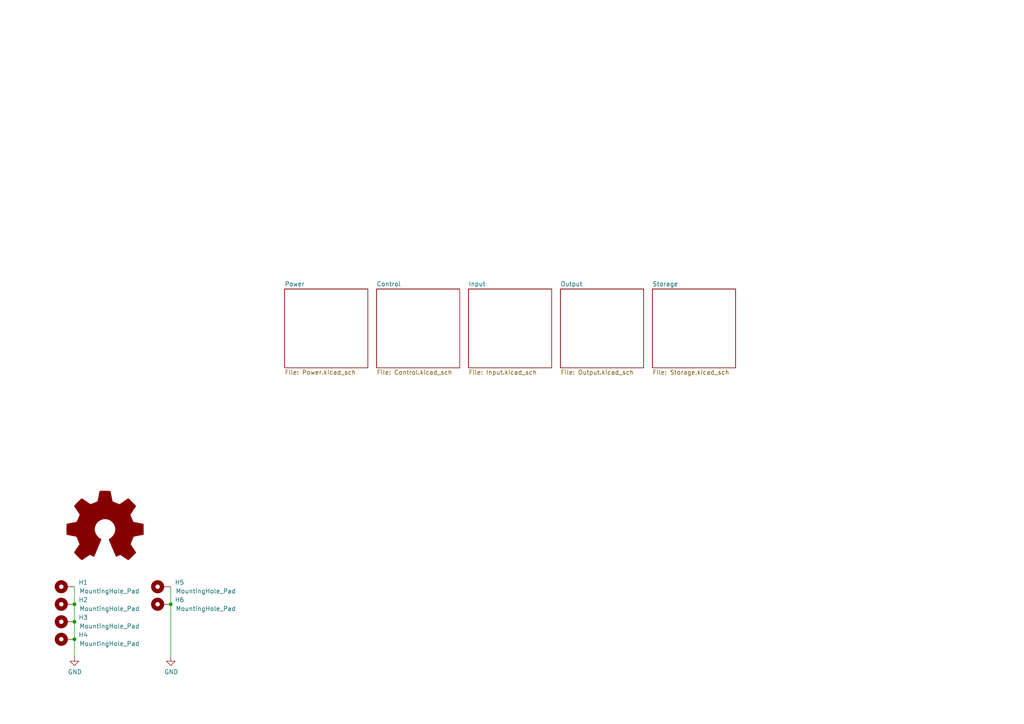
<source format=kicad_sch>
(kicad_sch (version 20211123) (generator eeschema)

  (uuid 3e3d55c8-e0ea-48fb-8421-a84b7cb7055b)

  (paper "A4")

  (title_block
    (title "Sunrise clock main board")
    (date "2021-08-06")
    (rev "V1.1")
    (company "https://github.com/atoomnetmarc/Sunrise-clock-hardware")
  )

  (lib_symbols
    (symbol "Graphic:Logo_Open_Hardware_Large" (pin_names (offset 1.016)) (in_bom yes) (on_board yes)
      (property "Reference" "#LOGO" (id 0) (at 0 12.7 0)
        (effects (font (size 1.27 1.27)) hide)
      )
      (property "Value" "Logo_Open_Hardware_Large" (id 1) (at 0 -10.16 0)
        (effects (font (size 1.27 1.27)) hide)
      )
      (property "Footprint" "" (id 2) (at 0 0 0)
        (effects (font (size 1.27 1.27)) hide)
      )
      (property "Datasheet" "~" (id 3) (at 0 0 0)
        (effects (font (size 1.27 1.27)) hide)
      )
      (property "ki_keywords" "Logo" (id 4) (at 0 0 0)
        (effects (font (size 1.27 1.27)) hide)
      )
      (property "ki_description" "Open Hardware logo, large" (id 5) (at 0 0 0)
        (effects (font (size 1.27 1.27)) hide)
      )
      (symbol "Logo_Open_Hardware_Large_1_1"
        (polyline
          (pts
            (xy 6.731 -8.7122)
            (xy 6.6294 -8.6614)
            (xy 6.35 -8.4836)
            (xy 5.9944 -8.255)
            (xy 5.5372 -7.9502)
            (xy 5.1054 -7.6454)
            (xy 4.7498 -7.4168)
            (xy 4.4958 -7.239)
            (xy 4.3942 -7.1882)
            (xy 4.318 -7.2136)
            (xy 4.1148 -7.3152)
            (xy 3.81 -7.4676)
            (xy 3.6322 -7.5692)
            (xy 3.3528 -7.6708)
            (xy 3.2258 -7.6962)
            (xy 3.2004 -7.6708)
            (xy 3.0988 -7.4676)
            (xy 2.9464 -7.0866)
            (xy 2.7178 -6.604)
            (xy 2.4892 -6.0452)
            (xy 2.2352 -5.4356)
            (xy 1.9558 -4.826)
            (xy 1.7272 -4.2164)
            (xy 1.4986 -3.683)
            (xy 1.3208 -3.2512)
            (xy 1.2192 -2.9464)
            (xy 1.1684 -2.8194)
            (xy 1.1938 -2.794)
            (xy 1.3208 -2.667)
            (xy 1.5748 -2.4892)
            (xy 2.0828 -2.0574)
            (xy 2.6162 -1.397)
            (xy 2.921 -0.6604)
            (xy 3.048 0.1524)
            (xy 2.9464 0.9144)
            (xy 2.6416 1.6256)
            (xy 2.1336 2.286)
            (xy 1.524 2.7686)
            (xy 0.8128 3.0734)
            (xy 0 3.175)
            (xy -0.762 3.0988)
            (xy -1.4986 2.794)
            (xy -2.159 2.286)
            (xy -2.4384 1.9812)
            (xy -2.8194 1.3208)
            (xy -3.048 0.6096)
            (xy -3.0734 0.4318)
            (xy -3.0226 -0.3556)
            (xy -2.794 -1.0922)
            (xy -2.3876 -1.7526)
            (xy -1.8288 -2.3114)
            (xy -1.7526 -2.3622)
            (xy -1.4732 -2.5654)
            (xy -1.2954 -2.6924)
            (xy -1.1684 -2.8194)
            (xy -2.159 -5.207)
            (xy -2.3114 -5.588)
            (xy -2.5908 -6.2484)
            (xy -2.8194 -6.8072)
            (xy -3.0226 -7.2644)
            (xy -3.1496 -7.5692)
            (xy -3.2258 -7.6708)
            (xy -3.2258 -7.6962)
            (xy -3.302 -7.6962)
            (xy -3.4798 -7.6454)
            (xy -3.8354 -7.4676)
            (xy -4.0386 -7.366)
            (xy -4.2926 -7.239)
            (xy -4.4196 -7.1882)
            (xy -4.5212 -7.239)
            (xy -4.7498 -7.3914)
            (xy -5.1054 -7.6454)
            (xy -5.5372 -7.9248)
            (xy -5.9436 -8.2042)
            (xy -6.3246 -8.4582)
            (xy -6.604 -8.636)
            (xy -6.731 -8.7122)
            (xy -6.7564 -8.7122)
            (xy -6.858 -8.636)
            (xy -7.0866 -8.4582)
            (xy -7.4168 -8.1534)
            (xy -7.874 -7.6962)
            (xy -7.9502 -7.62)
            (xy -8.3312 -7.239)
            (xy -8.636 -6.9088)
            (xy -8.8392 -6.6802)
            (xy -8.9154 -6.5786)
            (xy -8.9154 -6.5786)
            (xy -8.8392 -6.4516)
            (xy -8.6614 -6.1722)
            (xy -8.4328 -5.7912)
            (xy -8.128 -5.3594)
            (xy -7.3152 -4.191)
            (xy -7.7724 -3.0988)
            (xy -7.8994 -2.7686)
            (xy -8.0772 -2.3622)
            (xy -8.2042 -2.0828)
            (xy -8.255 -1.9558)
            (xy -8.382 -1.905)
            (xy -8.6614 -1.8542)
            (xy -9.0932 -1.7526)
            (xy -9.6266 -1.651)
            (xy -10.1092 -1.5748)
            (xy -10.541 -1.4732)
            (xy -10.8712 -1.4224)
            (xy -11.0236 -1.397)
            (xy -11.049 -1.3716)
            (xy -11.0744 -1.2954)
            (xy -11.0998 -1.143)
            (xy -11.0998 -0.889)
            (xy -11.1252 -0.4572)
            (xy -11.1252 0.1524)
            (xy -11.1252 0.2286)
            (xy -11.0998 0.8128)
            (xy -11.0998 1.27)
            (xy -11.0744 1.5494)
            (xy -11.0744 1.6764)
            (xy -11.0744 1.6764)
            (xy -10.922 1.7018)
            (xy -10.6172 1.778)
            (xy -10.16 1.8542)
            (xy -9.652 1.9558)
            (xy -9.6012 1.9812)
            (xy -9.0932 2.0828)
            (xy -8.636 2.159)
            (xy -8.3312 2.2352)
            (xy -8.2042 2.286)
            (xy -8.1788 2.3114)
            (xy -8.0772 2.5146)
            (xy -7.9248 2.8448)
            (xy -7.747 3.2512)
            (xy -7.5692 3.6576)
            (xy -7.4168 4.0386)
            (xy -7.3152 4.318)
            (xy -7.2898 4.445)
            (xy -7.2898 4.445)
            (xy -7.366 4.572)
            (xy -7.5438 4.826)
            (xy -7.7978 5.207)
            (xy -8.128 5.6642)
            (xy -8.128 5.6896)
            (xy -8.4328 6.1468)
            (xy -8.6868 6.5278)
            (xy -8.8392 6.7818)
            (xy -8.9154 6.9088)
            (xy -8.9154 6.9088)
            (xy -8.8138 7.0358)
            (xy -8.5852 7.2898)
            (xy -8.255 7.6454)
            (xy -7.874 8.0264)
            (xy -7.747 8.1534)
            (xy -7.3152 8.5852)
            (xy -7.0104 8.8646)
            (xy -6.8326 8.9916)
            (xy -6.731 9.0424)
            (xy -6.731 9.0424)
            (xy -6.604 8.9408)
            (xy -6.3246 8.763)
            (xy -5.9436 8.509)
            (xy -5.4864 8.2042)
            (xy -5.461 8.1788)
            (xy -5.0038 7.874)
            (xy -4.6482 7.62)
            (xy -4.3688 7.4422)
            (xy -4.2672 7.3914)
            (xy -4.2418 7.3914)
            (xy -4.064 7.4422)
            (xy -3.7338 7.5438)
            (xy -3.3528 7.6962)
            (xy -2.9464 7.874)
            (xy -2.5654 8.0264)
            (xy -2.286 8.1534)
            (xy -2.159 8.2296)
            (xy -2.159 8.2296)
            (xy -2.1082 8.382)
            (xy -2.032 8.7122)
            (xy -1.9304 9.1694)
            (xy -1.8288 9.7282)
            (xy -1.8034 9.8044)
            (xy -1.7018 10.3378)
            (xy -1.6256 10.7696)
            (xy -1.5748 11.0744)
            (xy -1.524 11.2014)
            (xy -1.4478 11.2268)
            (xy -1.1938 11.2522)
            (xy -0.8128 11.2522)
            (xy -0.3302 11.2522)
            (xy 0.1524 11.2522)
            (xy 0.6604 11.2522)
            (xy 1.0668 11.2268)
            (xy 1.3716 11.2014)
            (xy 1.4986 11.176)
            (xy 1.4986 11.176)
            (xy 1.5494 11.0236)
            (xy 1.6256 10.6934)
            (xy 1.7018 10.2108)
            (xy 1.8288 9.6774)
            (xy 1.8288 9.5758)
            (xy 1.9304 9.0424)
            (xy 2.032 8.6106)
            (xy 2.0828 8.3058)
            (xy 2.1336 8.2042)
            (xy 2.159 8.1788)
            (xy 2.3876 8.0772)
            (xy 2.7432 7.9248)
            (xy 3.175 7.747)
            (xy 4.191 7.3406)
            (xy 5.461 8.2042)
            (xy 5.5626 8.2804)
            (xy 6.0198 8.5852)
            (xy 6.3754 8.8392)
            (xy 6.6294 8.9916)
            (xy 6.7564 9.0424)
            (xy 6.7564 9.0424)
            (xy 6.8834 8.9408)
            (xy 7.1374 8.7122)
            (xy 7.4676 8.382)
            (xy 7.8486 7.9756)
            (xy 8.1534 7.6962)
            (xy 8.4836 7.3406)
            (xy 8.7122 7.112)
            (xy 8.8392 6.9596)
            (xy 8.8646 6.858)
            (xy 8.8646 6.8072)
            (xy 8.7884 6.6802)
            (xy 8.6106 6.4008)
            (xy 8.3312 6.0198)
            (xy 8.0264 5.588)
            (xy 7.7978 5.207)
            (xy 7.5184 4.8006)
            (xy 7.3406 4.4958)
            (xy 7.2898 4.3434)
            (xy 7.2898 4.2926)
            (xy 7.3914 4.0386)
            (xy 7.5184 3.683)
            (xy 7.7216 3.2258)
            (xy 8.1534 2.2352)
            (xy 8.7884 2.1082)
            (xy 9.1948 2.0574)
            (xy 9.7536 1.9304)
            (xy 10.2616 1.8288)
            (xy 11.0998 1.6764)
            (xy 11.1252 -1.3208)
            (xy 10.9982 -1.3716)
            (xy 10.8712 -1.397)
            (xy 10.5664 -1.4732)
            (xy 10.1346 -1.5494)
            (xy 9.6266 -1.651)
            (xy 9.1948 -1.7272)
            (xy 8.7376 -1.8288)
            (xy 8.4328 -1.8796)
            (xy 8.2804 -1.905)
            (xy 8.255 -1.9558)
            (xy 8.1534 -2.159)
            (xy 7.9756 -2.5146)
            (xy 7.8232 -2.921)
            (xy 7.6454 -3.3274)
            (xy 7.493 -3.7338)
            (xy 7.366 -4.0132)
            (xy 7.3406 -4.191)
            (xy 7.3914 -4.2926)
            (xy 7.5692 -4.5466)
            (xy 7.7978 -4.9276)
            (xy 8.1026 -5.3594)
            (xy 8.4074 -5.7912)
            (xy 8.6614 -6.1722)
            (xy 8.8138 -6.4262)
            (xy 8.89 -6.5532)
            (xy 8.8646 -6.6548)
            (xy 8.6868 -6.858)
            (xy 8.3566 -7.1882)
            (xy 7.874 -7.6708)
            (xy 7.7978 -7.747)
            (xy 7.3914 -8.128)
            (xy 7.0612 -8.4328)
            (xy 6.8326 -8.636)
            (xy 6.731 -8.7122)
          )
          (stroke (width 0) (type default) (color 0 0 0 0))
          (fill (type outline))
        )
      )
    )
    (symbol "Mechanical:MountingHole_Pad" (pin_numbers hide) (pin_names (offset 1.016) hide) (in_bom yes) (on_board yes)
      (property "Reference" "H" (id 0) (at 0 6.35 0)
        (effects (font (size 1.27 1.27)))
      )
      (property "Value" "MountingHole_Pad" (id 1) (at 0 4.445 0)
        (effects (font (size 1.27 1.27)))
      )
      (property "Footprint" "" (id 2) (at 0 0 0)
        (effects (font (size 1.27 1.27)) hide)
      )
      (property "Datasheet" "~" (id 3) (at 0 0 0)
        (effects (font (size 1.27 1.27)) hide)
      )
      (property "ki_keywords" "mounting hole" (id 4) (at 0 0 0)
        (effects (font (size 1.27 1.27)) hide)
      )
      (property "ki_description" "Mounting Hole with connection" (id 5) (at 0 0 0)
        (effects (font (size 1.27 1.27)) hide)
      )
      (property "ki_fp_filters" "MountingHole*Pad*" (id 6) (at 0 0 0)
        (effects (font (size 1.27 1.27)) hide)
      )
      (symbol "MountingHole_Pad_0_1"
        (circle (center 0 1.27) (radius 1.27)
          (stroke (width 1.27) (type default) (color 0 0 0 0))
          (fill (type none))
        )
      )
      (symbol "MountingHole_Pad_1_1"
        (pin input line (at 0 -2.54 90) (length 2.54)
          (name "1" (effects (font (size 1.27 1.27))))
          (number "1" (effects (font (size 1.27 1.27))))
        )
      )
    )
    (symbol "power:GND" (power) (pin_names (offset 0)) (in_bom yes) (on_board yes)
      (property "Reference" "#PWR" (id 0) (at 0 -6.35 0)
        (effects (font (size 1.27 1.27)) hide)
      )
      (property "Value" "GND" (id 1) (at 0 -3.81 0)
        (effects (font (size 1.27 1.27)))
      )
      (property "Footprint" "" (id 2) (at 0 0 0)
        (effects (font (size 1.27 1.27)) hide)
      )
      (property "Datasheet" "" (id 3) (at 0 0 0)
        (effects (font (size 1.27 1.27)) hide)
      )
      (property "ki_keywords" "power-flag" (id 4) (at 0 0 0)
        (effects (font (size 1.27 1.27)) hide)
      )
      (property "ki_description" "Power symbol creates a global label with name \"GND\" , ground" (id 5) (at 0 0 0)
        (effects (font (size 1.27 1.27)) hide)
      )
      (symbol "GND_0_1"
        (polyline
          (pts
            (xy 0 0)
            (xy 0 -1.27)
            (xy 1.27 -1.27)
            (xy 0 -2.54)
            (xy -1.27 -1.27)
            (xy 0 -1.27)
          )
          (stroke (width 0) (type default) (color 0 0 0 0))
          (fill (type none))
        )
      )
      (symbol "GND_1_1"
        (pin power_in line (at 0 0 270) (length 0) hide
          (name "GND" (effects (font (size 1.27 1.27))))
          (number "1" (effects (font (size 1.27 1.27))))
        )
      )
    )
  )

  (junction (at 21.59 175.26) (diameter 0) (color 0 0 0 0)
    (uuid 1c052668-6749-425a-9a77-35f046c8aa39)
  )
  (junction (at 49.53 175.26) (diameter 0) (color 0 0 0 0)
    (uuid 992a2b00-5e28-4edd-88b5-994891512d8d)
  )
  (junction (at 21.59 185.42) (diameter 0) (color 0 0 0 0)
    (uuid b7d06af4-a5b1-447f-9b1a-8b44eb1cc204)
  )
  (junction (at 21.59 180.34) (diameter 0) (color 0 0 0 0)
    (uuid e79c8e11-ed47-4701-ae80-a54cdb6682a5)
  )

  (no_connect (at 393.7 -3.81) (uuid 725cdf26-4b92-46db-bca9-10d930002dda))

  (wire (pts (xy 21.59 170.18) (xy 21.59 175.26))
    (stroke (width 0) (type default) (color 0 0 0 0))
    (uuid 6bd46644-7209-4d4d-acd8-f4c0d045bc61)
  )
  (wire (pts (xy 49.53 175.26) (xy 49.53 190.5))
    (stroke (width 0) (type default) (color 0 0 0 0))
    (uuid 8bd46048-cab7-4adf-af9a-bc2710c1894c)
  )
  (wire (pts (xy 21.59 190.5) (xy 21.59 185.42))
    (stroke (width 0) (type default) (color 0 0 0 0))
    (uuid 9db16341-dac0-4aab-9c62-7d88c111c1ce)
  )
  (wire (pts (xy 21.59 180.34) (xy 21.59 185.42))
    (stroke (width 0) (type default) (color 0 0 0 0))
    (uuid ab8b0540-9c9f-4195-88f5-7bed0b0a8ed6)
  )
  (wire (pts (xy 21.59 175.26) (xy 21.59 180.34))
    (stroke (width 0) (type default) (color 0 0 0 0))
    (uuid befdfbe5-f3e5-423b-a34e-7bba3f218536)
  )
  (wire (pts (xy 49.53 170.18) (xy 49.53 175.26))
    (stroke (width 0) (type default) (color 0 0 0 0))
    (uuid e70d061b-28f0-4421-ad15-0598604086e8)
  )

  (symbol (lib_id "Mechanical:MountingHole_Pad") (at 46.99 170.18 90) (unit 1)
    (in_bom yes) (on_board yes)
    (uuid 00000000-0000-0000-0000-00005fe716f5)
    (property "Reference" "H5" (id 0) (at 52.07 168.91 90))
    (property "Value" "MountingHole_Pad" (id 1) (at 59.69 171.45 90))
    (property "Footprint" "MountingHole:MountingHole_3.2mm_M3_Pad_Via" (id 2) (at 46.99 170.18 0)
      (effects (font (size 1.27 1.27)) hide)
    )
    (property "Datasheet" "~" (id 3) (at 46.99 170.18 0)
      (effects (font (size 1.27 1.27)) hide)
    )
    (pin "1" (uuid 529db227-7f77-4984-bb9d-895f524fd26d))
  )

  (symbol (lib_id "Mechanical:MountingHole_Pad") (at 46.99 175.26 90) (unit 1)
    (in_bom yes) (on_board yes)
    (uuid 00000000-0000-0000-0000-00005fe718fe)
    (property "Reference" "H6" (id 0) (at 52.07 173.99 90))
    (property "Value" "MountingHole_Pad" (id 1) (at 59.69 176.53 90))
    (property "Footprint" "MountingHole:MountingHole_3.2mm_M3_Pad_Via" (id 2) (at 46.99 175.26 0)
      (effects (font (size 1.27 1.27)) hide)
    )
    (property "Datasheet" "~" (id 3) (at 46.99 175.26 0)
      (effects (font (size 1.27 1.27)) hide)
    )
    (pin "1" (uuid a4b69a35-3769-461e-939f-5a4b59394d21))
  )

  (symbol (lib_id "power:GND") (at 49.53 190.5 0) (unit 1)
    (in_bom yes) (on_board yes)
    (uuid 00000000-0000-0000-0000-00005fe71b1d)
    (property "Reference" "#PWR031" (id 0) (at 49.53 196.85 0)
      (effects (font (size 1.27 1.27)) hide)
    )
    (property "Value" "GND" (id 1) (at 49.657 194.8942 0))
    (property "Footprint" "" (id 2) (at 49.53 190.5 0)
      (effects (font (size 1.27 1.27)) hide)
    )
    (property "Datasheet" "" (id 3) (at 49.53 190.5 0)
      (effects (font (size 1.27 1.27)) hide)
    )
    (pin "1" (uuid e8316ca9-866e-4e96-a13e-1ea318cd79f3))
  )

  (symbol (lib_id "power:GND") (at 21.59 190.5 0) (unit 1)
    (in_bom yes) (on_board yes)
    (uuid 00000000-0000-0000-0000-00005fefd17e)
    (property "Reference" "#PWR0101" (id 0) (at 21.59 196.85 0)
      (effects (font (size 1.27 1.27)) hide)
    )
    (property "Value" "GND" (id 1) (at 21.717 194.8942 0))
    (property "Footprint" "" (id 2) (at 21.59 190.5 0)
      (effects (font (size 1.27 1.27)) hide)
    )
    (property "Datasheet" "" (id 3) (at 21.59 190.5 0)
      (effects (font (size 1.27 1.27)) hide)
    )
    (pin "1" (uuid 77ea4408-1ff6-4b0d-b091-c77cc6667d0d))
  )

  (symbol (lib_id "Mechanical:MountingHole_Pad") (at 19.05 170.18 90) (unit 1)
    (in_bom yes) (on_board yes)
    (uuid 00000000-0000-0000-0000-00006023f428)
    (property "Reference" "H1" (id 0) (at 24.13 168.91 90))
    (property "Value" "MountingHole_Pad" (id 1) (at 31.75 171.45 90))
    (property "Footprint" "MountingHole:MountingHole_3.2mm_M3_Pad_Via" (id 2) (at 19.05 170.18 0)
      (effects (font (size 1.27 1.27)) hide)
    )
    (property "Datasheet" "~" (id 3) (at 19.05 170.18 0)
      (effects (font (size 1.27 1.27)) hide)
    )
    (pin "1" (uuid e4790cb1-ff26-4655-b29d-4dd444c761a0))
  )

  (symbol (lib_id "Mechanical:MountingHole_Pad") (at 19.05 175.26 90) (unit 1)
    (in_bom yes) (on_board yes)
    (uuid 00000000-0000-0000-0000-000060240164)
    (property "Reference" "H2" (id 0) (at 24.13 173.99 90))
    (property "Value" "MountingHole_Pad" (id 1) (at 31.75 176.53 90))
    (property "Footprint" "MountingHole:MountingHole_3.2mm_M3_Pad_Via" (id 2) (at 19.05 175.26 0)
      (effects (font (size 1.27 1.27)) hide)
    )
    (property "Datasheet" "~" (id 3) (at 19.05 175.26 0)
      (effects (font (size 1.27 1.27)) hide)
    )
    (pin "1" (uuid ac0a627b-8463-486c-9432-c642cba093c3))
  )

  (symbol (lib_id "Mechanical:MountingHole_Pad") (at 19.05 180.34 90) (unit 1)
    (in_bom yes) (on_board yes)
    (uuid 00000000-0000-0000-0000-0000602402d9)
    (property "Reference" "H3" (id 0) (at 24.13 179.07 90))
    (property "Value" "MountingHole_Pad" (id 1) (at 31.75 181.61 90))
    (property "Footprint" "MountingHole:MountingHole_3.2mm_M3_Pad_Via" (id 2) (at 19.05 180.34 0)
      (effects (font (size 1.27 1.27)) hide)
    )
    (property "Datasheet" "~" (id 3) (at 19.05 180.34 0)
      (effects (font (size 1.27 1.27)) hide)
    )
    (pin "1" (uuid b8807bd7-c5bf-4173-bd9f-54c7cbb13e0b))
  )

  (symbol (lib_id "Mechanical:MountingHole_Pad") (at 19.05 185.42 90) (unit 1)
    (in_bom yes) (on_board yes)
    (uuid 00000000-0000-0000-0000-000060240429)
    (property "Reference" "H4" (id 0) (at 24.13 184.15 90))
    (property "Value" "MountingHole_Pad" (id 1) (at 31.75 186.69 90))
    (property "Footprint" "MountingHole:MountingHole_3.2mm_M3_Pad_Via" (id 2) (at 19.05 185.42 0)
      (effects (font (size 1.27 1.27)) hide)
    )
    (property "Datasheet" "~" (id 3) (at 19.05 185.42 0)
      (effects (font (size 1.27 1.27)) hide)
    )
    (pin "1" (uuid baf7f185-0a9b-4ac3-a591-0e0e9234d8c1))
  )

  (symbol (lib_id "Graphic:Logo_Open_Hardware_Large") (at 30.48 153.67 0) (unit 1)
    (in_bom yes) (on_board yes)
    (uuid 00000000-0000-0000-0000-00006072dc7d)
    (property "Reference" "LOGO1" (id 0) (at 30.48 140.97 0)
      (effects (font (size 1.27 1.27)) hide)
    )
    (property "Value" "Logo_Open_Hardware_Large" (id 1) (at 30.48 163.83 0)
      (effects (font (size 1.27 1.27)) hide)
    )
    (property "Footprint" "Symbol:OSHW-Logo_11.4x12mm_SilkScreen" (id 2) (at 30.48 153.67 0)
      (effects (font (size 1.27 1.27)) hide)
    )
    (property "Datasheet" "~" (id 3) (at 30.48 153.67 0)
      (effects (font (size 1.27 1.27)) hide)
    )
  )

  (sheet (at 135.89 83.82) (size 24.13 22.86) (fields_autoplaced)
    (stroke (width 0) (type solid) (color 0 0 0 0))
    (fill (color 0 0 0 0.0000))
    (uuid 00000000-0000-0000-0000-00005fe8f2d8)
    (property "Sheet name" "Input" (id 0) (at 135.89 83.1084 0)
      (effects (font (size 1.27 1.27)) (justify left bottom))
    )
    (property "Sheet file" "Input.kicad_sch" (id 1) (at 135.89 107.2646 0)
      (effects (font (size 1.27 1.27)) (justify left top))
    )
  )

  (sheet (at 82.55 83.82) (size 24.13 22.86) (fields_autoplaced)
    (stroke (width 0) (type solid) (color 0 0 0 0))
    (fill (color 0 0 0 0.0000))
    (uuid 00000000-0000-0000-0000-00005feebd3e)
    (property "Sheet name" "Power" (id 0) (at 82.55 83.1084 0)
      (effects (font (size 1.27 1.27)) (justify left bottom))
    )
    (property "Sheet file" "Power.kicad_sch" (id 1) (at 82.55 107.2646 0)
      (effects (font (size 1.27 1.27)) (justify left top))
    )
  )

  (sheet (at 162.56 83.82) (size 24.13 22.86) (fields_autoplaced)
    (stroke (width 0) (type solid) (color 0 0 0 0))
    (fill (color 0 0 0 0.0000))
    (uuid 00000000-0000-0000-0000-00005ff1e7f2)
    (property "Sheet name" "Output" (id 0) (at 162.56 83.1084 0)
      (effects (font (size 1.27 1.27)) (justify left bottom))
    )
    (property "Sheet file" "Output.kicad_sch" (id 1) (at 162.56 107.2646 0)
      (effects (font (size 1.27 1.27)) (justify left top))
    )
  )

  (sheet (at 189.23 83.82) (size 24.13 22.86) (fields_autoplaced)
    (stroke (width 0) (type solid) (color 0 0 0 0))
    (fill (color 0 0 0 0.0000))
    (uuid 00000000-0000-0000-0000-00005fff46f4)
    (property "Sheet name" "Storage" (id 0) (at 189.23 83.1084 0)
      (effects (font (size 1.27 1.27)) (justify left bottom))
    )
    (property "Sheet file" "Storage.kicad_sch" (id 1) (at 189.23 107.2646 0)
      (effects (font (size 1.27 1.27)) (justify left top))
    )
  )

  (sheet (at 109.22 83.82) (size 24.13 22.86) (fields_autoplaced)
    (stroke (width 0) (type solid) (color 0 0 0 0))
    (fill (color 0 0 0 0.0000))
    (uuid 00000000-0000-0000-0000-00006000df4a)
    (property "Sheet name" "Control" (id 0) (at 109.22 83.1084 0)
      (effects (font (size 1.27 1.27)) (justify left bottom))
    )
    (property "Sheet file" "Control.kicad_sch" (id 1) (at 109.22 107.2646 0)
      (effects (font (size 1.27 1.27)) (justify left top))
    )
  )

  (sheet_instances
    (path "/" (page "1"))
    (path "/00000000-0000-0000-0000-00005feebd3e" (page "2"))
    (path "/00000000-0000-0000-0000-00006000df4a" (page "3"))
    (path "/00000000-0000-0000-0000-00005fe8f2d8" (page "4"))
    (path "/00000000-0000-0000-0000-00005ff1e7f2" (page "5"))
    (path "/00000000-0000-0000-0000-00005fff46f4" (page "6"))
  )

  (symbol_instances
    (path "/00000000-0000-0000-0000-00005feebd3e/00000000-0000-0000-0000-00006076e5ba"
      (reference "#FLG0101") (unit 1) (value "PWR_FLAG") (footprint "")
    )
    (path "/00000000-0000-0000-0000-00005feebd3e/00000000-0000-0000-0000-00006011f389"
      (reference "#FLG0102") (unit 1) (value "PWR_FLAG") (footprint "")
    )
    (path "/00000000-0000-0000-0000-00005fe8f2d8/00000000-0000-0000-0000-00005fed79e8"
      (reference "#FLG0103") (unit 1) (value "PWR_FLAG") (footprint "")
    )
    (path "/00000000-0000-0000-0000-00005feebd3e/00000000-0000-0000-0000-00005feb5ac1"
      (reference "#FLG0104") (unit 1) (value "PWR_FLAG") (footprint "")
    )
    (path "/00000000-0000-0000-0000-00006000df4a/00000000-0000-0000-0000-00006095e361"
      (reference "#FLG0105") (unit 1) (value "PWR_FLAG") (footprint "")
    )
    (path "/00000000-0000-0000-0000-00005ff1e7f2/00000000-0000-0000-0000-00006086d84d"
      (reference "#PWR01") (unit 1) (value "GND") (footprint "")
    )
    (path "/00000000-0000-0000-0000-00005feebd3e/00000000-0000-0000-0000-0000608b80dd"
      (reference "#PWR02") (unit 1) (value "GND") (footprint "")
    )
    (path "/00000000-0000-0000-0000-00005feebd3e/00000000-0000-0000-0000-0000608c0723"
      (reference "#PWR03") (unit 1) (value "GND") (footprint "")
    )
    (path "/00000000-0000-0000-0000-00005ff1e7f2/00000000-0000-0000-0000-0000608e353c"
      (reference "#PWR04") (unit 1) (value "GND") (footprint "")
    )
    (path "/00000000-0000-0000-0000-00005feebd3e/00000000-0000-0000-0000-00006097322d"
      (reference "#PWR05") (unit 1) (value "+3.3V") (footprint "")
    )
    (path "/00000000-0000-0000-0000-00005feebd3e/00000000-0000-0000-0000-0000609947a0"
      (reference "#PWR06") (unit 1) (value "+3.3V") (footprint "")
    )
    (path "/00000000-0000-0000-0000-00005feebd3e/00000000-0000-0000-0000-000060973975"
      (reference "#PWR07") (unit 1) (value "GND") (footprint "")
    )
    (path "/00000000-0000-0000-0000-00005feebd3e/00000000-0000-0000-0000-0000609794d8"
      (reference "#PWR08") (unit 1) (value "GND") (footprint "")
    )
    (path "/00000000-0000-0000-0000-00005fe8f2d8/00000000-0000-0000-0000-00005fe55379"
      (reference "#PWR09") (unit 1) (value "GND") (footprint "")
    )
    (path "/00000000-0000-0000-0000-00005feebd3e/00000000-0000-0000-0000-0000609904a1"
      (reference "#PWR010") (unit 1) (value "GND") (footprint "")
    )
    (path "/00000000-0000-0000-0000-00005fe8f2d8/00000000-0000-0000-0000-00005fe55343"
      (reference "#PWR011") (unit 1) (value "GND") (footprint "")
    )
    (path "/00000000-0000-0000-0000-00005fe8f2d8/00000000-0000-0000-0000-00005fe5530d"
      (reference "#PWR013") (unit 1) (value "GND") (footprint "")
    )
    (path "/00000000-0000-0000-0000-00005fe8f2d8/00000000-0000-0000-0000-00005fe552d7"
      (reference "#PWR015") (unit 1) (value "GND") (footprint "")
    )
    (path "/00000000-0000-0000-0000-00005fe8f2d8/00000000-0000-0000-0000-00005fe552a1"
      (reference "#PWR017") (unit 1) (value "GND") (footprint "")
    )
    (path "/00000000-0000-0000-0000-00005fe8f2d8/00000000-0000-0000-0000-00005fe5526b"
      (reference "#PWR019") (unit 1) (value "GND") (footprint "")
    )
    (path "/00000000-0000-0000-0000-00005fe8f2d8/00000000-0000-0000-0000-00005fe55235"
      (reference "#PWR021") (unit 1) (value "GND") (footprint "")
    )
    (path "/00000000-0000-0000-0000-00005fe8f2d8/00000000-0000-0000-0000-00005fe551ff"
      (reference "#PWR023") (unit 1) (value "GND") (footprint "")
    )
    (path "/00000000-0000-0000-0000-00005ff1e7f2/00000000-0000-0000-0000-00005feaff5d"
      (reference "#PWR027") (unit 1) (value "GND") (footprint "")
    )
    (path "/00000000-0000-0000-0000-00005ff1e7f2/00000000-0000-0000-0000-00005feba10d"
      (reference "#PWR028") (unit 1) (value "GND") (footprint "")
    )
    (path "/00000000-0000-0000-0000-00005fe8f2d8/00000000-0000-0000-0000-00005fe77bda"
      (reference "#PWR030") (unit 1) (value "GND") (footprint "")
    )
    (path "/00000000-0000-0000-0000-00005fe71b1d"
      (reference "#PWR031") (unit 1) (value "GND") (footprint "")
    )
    (path "/00000000-0000-0000-0000-00005feebd3e/00000000-0000-0000-0000-00005fecb74d"
      (reference "#PWR032") (unit 1) (value "GND") (footprint "")
    )
    (path "/00000000-0000-0000-0000-00005ff1e7f2/00000000-0000-0000-0000-00005ff22d8d"
      (reference "#PWR033") (unit 1) (value "GND") (footprint "")
    )
    (path "/00000000-0000-0000-0000-00005feebd3e/00000000-0000-0000-0000-00005fea10fb"
      (reference "#PWR035") (unit 1) (value "GND") (footprint "")
    )
    (path "/00000000-0000-0000-0000-00006000df4a/00000000-0000-0000-0000-000060763672"
      (reference "#PWR041") (unit 1) (value "+3.3V") (footprint "")
    )
    (path "/00000000-0000-0000-0000-00006000df4a/00000000-0000-0000-0000-00006074d4f2"
      (reference "#PWR042") (unit 1) (value "+3.3V") (footprint "")
    )
    (path "/00000000-0000-0000-0000-00006000df4a/00000000-0000-0000-0000-000060728cd9"
      (reference "#PWR043") (unit 1) (value "GND") (footprint "")
    )
    (path "/00000000-0000-0000-0000-00006000df4a/00000000-0000-0000-0000-00006074b453"
      (reference "#PWR044") (unit 1) (value "GND") (footprint "")
    )
    (path "/00000000-0000-0000-0000-00005fefd17e"
      (reference "#PWR0101") (unit 1) (value "GND") (footprint "")
    )
    (path "/00000000-0000-0000-0000-00005feebd3e/00000000-0000-0000-0000-000060925a4e"
      (reference "#PWR0102") (unit 1) (value "GND") (footprint "")
    )
    (path "/00000000-0000-0000-0000-00005feebd3e/00000000-0000-0000-0000-00006011a161"
      (reference "#PWR0103") (unit 1) (value "+5V") (footprint "")
    )
    (path "/00000000-0000-0000-0000-00005feebd3e/00000000-0000-0000-0000-00005fe39f1b"
      (reference "#PWR0104") (unit 1) (value "+3.3V") (footprint "")
    )
    (path "/00000000-0000-0000-0000-00005feebd3e/00000000-0000-0000-0000-00006010de5a"
      (reference "#PWR0105") (unit 1) (value "GND") (footprint "")
    )
    (path "/00000000-0000-0000-0000-00005ff1e7f2/00000000-0000-0000-0000-00006090bf33"
      (reference "#PWR0106") (unit 1) (value "GND") (footprint "")
    )
    (path "/00000000-0000-0000-0000-00005feebd3e/00000000-0000-0000-0000-00005fe35eba"
      (reference "#PWR0107") (unit 1) (value "GND") (footprint "")
    )
    (path "/00000000-0000-0000-0000-00005feebd3e/00000000-0000-0000-0000-00005fe38873"
      (reference "#PWR0108") (unit 1) (value "GND") (footprint "")
    )
    (path "/00000000-0000-0000-0000-00005feebd3e/00000000-0000-0000-0000-00005ff1cd0e"
      (reference "#PWR0109") (unit 1) (value "GND") (footprint "")
    )
    (path "/00000000-0000-0000-0000-00005feebd3e/00000000-0000-0000-0000-00005ff1199e"
      (reference "#PWR0110") (unit 1) (value "+5V") (footprint "")
    )
    (path "/00000000-0000-0000-0000-00005feebd3e/00000000-0000-0000-0000-00005ff1193f"
      (reference "#PWR0111") (unit 1) (value "+5V") (footprint "")
    )
    (path "/00000000-0000-0000-0000-00006000df4a/00000000-0000-0000-0000-00006087e48c"
      (reference "#PWR0112") (unit 1) (value "GND") (footprint "")
    )
    (path "/00000000-0000-0000-0000-00005feebd3e/00000000-0000-0000-0000-00005ff11918"
      (reference "#PWR0113") (unit 1) (value "+BATT") (footprint "")
    )
    (path "/00000000-0000-0000-0000-00006000df4a/00000000-0000-0000-0000-0000608c5e6e"
      (reference "#PWR0114") (unit 1) (value "+3.3V") (footprint "")
    )
    (path "/00000000-0000-0000-0000-00005feebd3e/00000000-0000-0000-0000-00006076643d"
      (reference "#PWR0115") (unit 1) (value "+5VL") (footprint "")
    )
    (path "/00000000-0000-0000-0000-00005ff1e7f2/00000000-0000-0000-0000-00006076b390"
      (reference "#PWR0116") (unit 1) (value "+5VL") (footprint "")
    )
    (path "/00000000-0000-0000-0000-00005ff1e7f2/00000000-0000-0000-0000-0000609fa7c6"
      (reference "#PWR0117") (unit 1) (value "GND") (footprint "")
    )
    (path "/00000000-0000-0000-0000-00005ff1e7f2/00000000-0000-0000-0000-0000609fa7d0"
      (reference "#PWR0118") (unit 1) (value "+5V") (footprint "")
    )
    (path "/00000000-0000-0000-0000-00005ff1e7f2/00000000-0000-0000-0000-00005fe8887e"
      (reference "#PWR0119") (unit 1) (value "+3.3V") (footprint "")
    )
    (path "/00000000-0000-0000-0000-00005ff1e7f2/00000000-0000-0000-0000-00005fe8f6fd"
      (reference "#PWR0120") (unit 1) (value "GND") (footprint "")
    )
    (path "/00000000-0000-0000-0000-00005ff1e7f2/00000000-0000-0000-0000-000060ac246d"
      (reference "#PWR0121") (unit 1) (value "GND") (footprint "")
    )
    (path "/00000000-0000-0000-0000-00005ff1e7f2/00000000-0000-0000-0000-00005fe513d6"
      (reference "#PWR0122") (unit 1) (value "GND") (footprint "")
    )
    (path "/00000000-0000-0000-0000-00005ff1e7f2/00000000-0000-0000-0000-00005ff38c41"
      (reference "#PWR0123") (unit 1) (value "GND") (footprint "")
    )
    (path "/00000000-0000-0000-0000-00005ff1e7f2/00000000-0000-0000-0000-000060b029c7"
      (reference "#PWR0124") (unit 1) (value "GND") (footprint "")
    )
    (path "/00000000-0000-0000-0000-00005ff1e7f2/00000000-0000-0000-0000-000060b33509"
      (reference "#PWR0125") (unit 1) (value "+5V") (footprint "")
    )
    (path "/00000000-0000-0000-0000-00005ff1e7f2/00000000-0000-0000-0000-000060b43415"
      (reference "#PWR0126") (unit 1) (value "+5V") (footprint "")
    )
    (path "/00000000-0000-0000-0000-00006000df4a/00000000-0000-0000-0000-000060b72e83"
      (reference "#PWR0127") (unit 1) (value "+5V") (footprint "")
    )
    (path "/00000000-0000-0000-0000-00005fe8f2d8/00000000-0000-0000-0000-0000609048b1"
      (reference "#PWR0128") (unit 1) (value "+3.3V") (footprint "")
    )
    (path "/00000000-0000-0000-0000-00006000df4a/00000000-0000-0000-0000-000060939b35"
      (reference "#PWR0129") (unit 1) (value "GND") (footprint "")
    )
    (path "/00000000-0000-0000-0000-00005ff1e7f2/00000000-0000-0000-0000-00005ff38c32"
      (reference "#PWR0130") (unit 1) (value "+5V") (footprint "")
    )
    (path "/00000000-0000-0000-0000-00005ff1e7f2/00000000-0000-0000-0000-00005ff38c84"
      (reference "#PWR0131") (unit 1) (value "+5V") (footprint "")
    )
    (path "/00000000-0000-0000-0000-00005feebd3e/00000000-0000-0000-0000-00006093a3a5"
      (reference "#PWR0132") (unit 1) (value "GND") (footprint "")
    )
    (path "/00000000-0000-0000-0000-00005feebd3e/00000000-0000-0000-0000-00006093a5ff"
      (reference "#PWR0133") (unit 1) (value "GND") (footprint "")
    )
    (path "/00000000-0000-0000-0000-00005feebd3e/00000000-0000-0000-0000-00006093a848"
      (reference "#PWR0134") (unit 1) (value "GND") (footprint "")
    )
    (path "/00000000-0000-0000-0000-00005ff1e7f2/00000000-0000-0000-0000-00005ff38c51"
      (reference "#PWR0135") (unit 1) (value "GND") (footprint "")
    )
    (path "/00000000-0000-0000-0000-00005ff1e7f2/00000000-0000-0000-0000-00005ff38c2c"
      (reference "#PWR0136") (unit 1) (value "GND") (footprint "")
    )
    (path "/00000000-0000-0000-0000-00005ff1e7f2/00000000-0000-0000-0000-00005ff38c24"
      (reference "#PWR0137") (unit 1) (value "GND") (footprint "")
    )
    (path "/00000000-0000-0000-0000-00005feebd3e/00000000-0000-0000-0000-00006093aa4b"
      (reference "#PWR0138") (unit 1) (value "GND") (footprint "")
    )
    (path "/00000000-0000-0000-0000-00005ff1e7f2/00000000-0000-0000-0000-00005ff38c57"
      (reference "#PWR0139") (unit 1) (value "GND") (footprint "")
    )
    (path "/00000000-0000-0000-0000-00005ff1e7f2/00000000-0000-0000-0000-0000600e1a4c"
      (reference "#PWR0140") (unit 1) (value "GND") (footprint "")
    )
    (path "/00000000-0000-0000-0000-00005ff1e7f2/00000000-0000-0000-0000-0000601d48db"
      (reference "#PWR0141") (unit 1) (value "+5V") (footprint "")
    )
    (path "/00000000-0000-0000-0000-00005ff1e7f2/00000000-0000-0000-0000-0000601d3454"
      (reference "#PWR0142") (unit 1) (value "GND") (footprint "")
    )
    (path "/00000000-0000-0000-0000-00005fe8f2d8/00000000-0000-0000-0000-00005fed79c7"
      (reference "#PWR0145") (unit 1) (value "+BATT") (footprint "")
    )
    (path "/00000000-0000-0000-0000-00005fe8f2d8/00000000-0000-0000-0000-00005fed79bf"
      (reference "#PWR0146") (unit 1) (value "+3.3V") (footprint "")
    )
    (path "/00000000-0000-0000-0000-00005fe8f2d8/00000000-0000-0000-0000-00005fed79ce"
      (reference "#PWR0147") (unit 1) (value "+BATT") (footprint "")
    )
    (path "/00000000-0000-0000-0000-00005fe8f2d8/00000000-0000-0000-0000-00005fed79b9"
      (reference "#PWR0148") (unit 1) (value "+3.3V") (footprint "")
    )
    (path "/00000000-0000-0000-0000-00005fe8f2d8/00000000-0000-0000-0000-00005fed79dd"
      (reference "#PWR0149") (unit 1) (value "+3.3V") (footprint "")
    )
    (path "/00000000-0000-0000-0000-00005fe8f2d8/00000000-0000-0000-0000-00005fed79b2"
      (reference "#PWR0150") (unit 1) (value "GND") (footprint "")
    )
    (path "/00000000-0000-0000-0000-00005fe8f2d8/00000000-0000-0000-0000-00005fed79a5"
      (reference "#PWR0151") (unit 1) (value "GND") (footprint "")
    )
    (path "/00000000-0000-0000-0000-00005fe8f2d8/00000000-0000-0000-0000-00005fed7998"
      (reference "#PWR0152") (unit 1) (value "GND") (footprint "")
    )
    (path "/00000000-0000-0000-0000-00005fe8f2d8/00000000-0000-0000-0000-00005fee6c56"
      (reference "#PWR0154") (unit 1) (value "GND") (footprint "")
    )
    (path "/00000000-0000-0000-0000-00005fff46f4/00000000-0000-0000-0000-00006000a698"
      (reference "#PWR0155") (unit 1) (value "+3.3V") (footprint "")
    )
    (path "/00000000-0000-0000-0000-00005fff46f4/00000000-0000-0000-0000-00006000a692"
      (reference "#PWR0156") (unit 1) (value "+3.3V") (footprint "")
    )
    (path "/00000000-0000-0000-0000-00005fff46f4/00000000-0000-0000-0000-00006000a636"
      (reference "#PWR0157") (unit 1) (value "+3.3V") (footprint "")
    )
    (path "/00000000-0000-0000-0000-00005fff46f4/00000000-0000-0000-0000-00006000a628"
      (reference "#PWR0158") (unit 1) (value "+3.3V") (footprint "")
    )
    (path "/00000000-0000-0000-0000-00005fff46f4/00000000-0000-0000-0000-00006000a619"
      (reference "#PWR0159") (unit 1) (value "+3.3V") (footprint "")
    )
    (path "/00000000-0000-0000-0000-00005fff46f4/00000000-0000-0000-0000-00006000a641"
      (reference "#PWR0160") (unit 1) (value "+3.3V") (footprint "")
    )
    (path "/00000000-0000-0000-0000-00005fff46f4/00000000-0000-0000-0000-00006000a60a"
      (reference "#PWR0161") (unit 1) (value "+3.3V") (footprint "")
    )
    (path "/00000000-0000-0000-0000-00005fff46f4/00000000-0000-0000-0000-00006000a5f9"
      (reference "#PWR0162") (unit 1) (value "+3.3V") (footprint "")
    )
    (path "/00000000-0000-0000-0000-00005fff46f4/00000000-0000-0000-0000-00006000a5cb"
      (reference "#PWR0163") (unit 1) (value "+3.3V") (footprint "")
    )
    (path "/00000000-0000-0000-0000-00005fff46f4/00000000-0000-0000-0000-00006000a682"
      (reference "#PWR0165") (unit 1) (value "GND") (footprint "")
    )
    (path "/00000000-0000-0000-0000-00005fff46f4/00000000-0000-0000-0000-00006000a68b"
      (reference "#PWR0166") (unit 1) (value "GND") (footprint "")
    )
    (path "/00000000-0000-0000-0000-00005fff46f4/00000000-0000-0000-0000-00006000a5f3"
      (reference "#PWR0167") (unit 1) (value "GND") (footprint "")
    )
    (path "/00000000-0000-0000-0000-00005fff46f4/00000000-0000-0000-0000-00006000a5e6"
      (reference "#PWR0168") (unit 1) (value "GND") (footprint "")
    )
    (path "/00000000-0000-0000-0000-00005fff46f4/00000000-0000-0000-0000-00006000a5c4"
      (reference "#PWR0169") (unit 1) (value "GND") (footprint "")
    )
    (path "/00000000-0000-0000-0000-00005fff46f4/00000000-0000-0000-0000-0000600627f6"
      (reference "#PWR0171") (unit 1) (value "+5V") (footprint "")
    )
    (path "/00000000-0000-0000-0000-00005fff46f4/00000000-0000-0000-0000-00006006a4fc"
      (reference "#PWR0173") (unit 1) (value "+5V") (footprint "")
    )
    (path "/00000000-0000-0000-0000-00005fff46f4/00000000-0000-0000-0000-0000600627fd"
      (reference "#PWR0174") (unit 1) (value "GND") (footprint "")
    )
    (path "/00000000-0000-0000-0000-00005fff46f4/00000000-0000-0000-0000-0000600691e5"
      (reference "#PWR0175") (unit 1) (value "GND") (footprint "")
    )
    (path "/00000000-0000-0000-0000-00006000df4a/00000000-0000-0000-0000-000060027e8c"
      (reference "#PWR0176") (unit 1) (value "+3.3V") (footprint "")
    )
    (path "/00000000-0000-0000-0000-00006000df4a/00000000-0000-0000-0000-000060027e99"
      (reference "#PWR0177") (unit 1) (value "+3.3V") (footprint "")
    )
    (path "/00000000-0000-0000-0000-00006000df4a/00000000-0000-0000-0000-00005ff221ab"
      (reference "#PWR0178") (unit 1) (value "+3.3V") (footprint "")
    )
    (path "/00000000-0000-0000-0000-00006000df4a/00000000-0000-0000-0000-000060027f17"
      (reference "#PWR0179") (unit 1) (value "+3.3V") (footprint "")
    )
    (path "/00000000-0000-0000-0000-00006000df4a/00000000-0000-0000-0000-000060027f2b"
      (reference "#PWR0182") (unit 1) (value "+5V") (footprint "")
    )
    (path "/00000000-0000-0000-0000-00006000df4a/00000000-0000-0000-0000-000060027edf"
      (reference "#PWR0183") (unit 1) (value "+5V") (footprint "")
    )
    (path "/00000000-0000-0000-0000-00006000df4a/00000000-0000-0000-0000-000060027ef1"
      (reference "#PWR0184") (unit 1) (value "+5V") (footprint "")
    )
    (path "/00000000-0000-0000-0000-00006000df4a/00000000-0000-0000-0000-000060018de6"
      (reference "#PWR0185") (unit 1) (value "+5V") (footprint "")
    )
    (path "/00000000-0000-0000-0000-00006000df4a/00000000-0000-0000-0000-0000600a111e"
      (reference "#PWR0186") (unit 1) (value "+5V") (footprint "")
    )
    (path "/00000000-0000-0000-0000-00006000df4a/00000000-0000-0000-0000-0000600b9f51"
      (reference "#PWR0187") (unit 1) (value "+5V") (footprint "")
    )
    (path "/00000000-0000-0000-0000-00006000df4a/00000000-0000-0000-0000-0000600a135c"
      (reference "#PWR0188") (unit 1) (value "GND") (footprint "")
    )
    (path "/00000000-0000-0000-0000-00006000df4a/00000000-0000-0000-0000-00005ff2281a"
      (reference "#PWR0189") (unit 1) (value "GND") (footprint "")
    )
    (path "/00000000-0000-0000-0000-00006000df4a/00000000-0000-0000-0000-000060027f10"
      (reference "#PWR0190") (unit 1) (value "GND") (footprint "")
    )
    (path "/00000000-0000-0000-0000-00006000df4a/00000000-0000-0000-0000-000060027f38"
      (reference "#PWR0192") (unit 1) (value "GND") (footprint "")
    )
    (path "/00000000-0000-0000-0000-00006000df4a/00000000-0000-0000-0000-0000600b9f57"
      (reference "#PWR0193") (unit 1) (value "GND") (footprint "")
    )
    (path "/00000000-0000-0000-0000-00006000df4a/00000000-0000-0000-0000-000060027ece"
      (reference "#PWR0194") (unit 1) (value "+5V") (footprint "")
    )
    (path "/00000000-0000-0000-0000-00006000df4a/00000000-0000-0000-0000-000060027ed4"
      (reference "#PWR0196") (unit 1) (value "+5V") (footprint "")
    )
    (path "/00000000-0000-0000-0000-00006000df4a/00000000-0000-0000-0000-000060018db4"
      (reference "#PWR0199") (unit 1) (value "GND") (footprint "")
    )
    (path "/00000000-0000-0000-0000-00006000df4a/00000000-0000-0000-0000-000060027f65"
      (reference "#PWR0200") (unit 1) (value "GND") (footprint "")
    )
    (path "/00000000-0000-0000-0000-00006000df4a/00000000-0000-0000-0000-000060027f5a"
      (reference "#PWR0201") (unit 1) (value "GND") (footprint "")
    )
    (path "/00000000-0000-0000-0000-00006000df4a/00000000-0000-0000-0000-000060027f53"
      (reference "#PWR0202") (unit 1) (value "GND") (footprint "")
    )
    (path "/00000000-0000-0000-0000-00006000df4a/00000000-0000-0000-0000-000060018daa"
      (reference "A1") (unit 1) (value "ESP32-DevKitC") (footprint "Module-extra:ESP32-DevKitC")
    )
    (path "/00000000-0000-0000-0000-00005ff1e7f2/00000000-0000-0000-0000-00006020507d"
      (reference "A3") (unit 1) (value "max98357") (footprint "Module-extra:max98357")
    )
    (path "/00000000-0000-0000-0000-00005ff1e7f2/00000000-0000-0000-0000-0000609fa7da"
      (reference "A4") (unit 1) (value "max98357") (footprint "Module-extra:max98357")
    )
    (path "/00000000-0000-0000-0000-00005fe8f2d8/00000000-0000-0000-0000-00005fee6c4c"
      (reference "A5") (unit 1) (value "BME280 module 3V") (footprint "Module-extra:bme280_3V")
    )
    (path "/00000000-0000-0000-0000-00005fe8f2d8/00000000-0000-0000-0000-00005fed79ac"
      (reference "BT1") (unit 1) (value "CR2032") (footprint "Battery-extra:BatteryHolder-cr2032")
    )
    (path "/00000000-0000-0000-0000-00006000df4a/00000000-0000-0000-0000-000060027f32"
      (reference "C1") (unit 1) (value "100pF 16V X7R") (footprint "Capacitor_SMD:C_0805_2012Metric_Pad1.18x1.45mm_HandSolder")
    )
    (path "/00000000-0000-0000-0000-00005ff1e7f2/00000000-0000-0000-0000-00005fee51eb"
      (reference "C3") (unit 1) (value "470uF/16V") (footprint "Capacitor_SMD:C_Elec_10x10.2")
    )
    (path "/00000000-0000-0000-0000-00005feebd3e/00000000-0000-0000-0000-00005fea0c14"
      (reference "C4") (unit 1) (value "470uF/16V") (footprint "Capacitor_SMD:C_Elec_10x10.2")
    )
    (path "/00000000-0000-0000-0000-00005feebd3e/00000000-0000-0000-0000-0000609a3317"
      (reference "C5") (unit 1) (value "1uF") (footprint "Capacitor_SMD:C_0805_2012Metric_Pad1.18x1.45mm_HandSolder")
    )
    (path "/00000000-0000-0000-0000-00005fff46f4/00000000-0000-0000-0000-00006000a5be"
      (reference "C6") (unit 1) (value "10uF") (footprint "Capacitor_SMD:C_0805_2012Metric_Pad1.18x1.45mm_HandSolder")
    )
    (path "/00000000-0000-0000-0000-00005feebd3e/00000000-0000-0000-0000-00005ff11990"
      (reference "C10") (unit 1) (value "100nF") (footprint "Capacitor_SMD:C_0805_2012Metric_Pad1.18x1.45mm_HandSolder")
    )
    (path "/00000000-0000-0000-0000-00005ff1e7f2/00000000-0000-0000-0000-00005ff38c1e"
      (reference "C11") (unit 1) (value "100nF") (footprint "Capacitor_SMD:C_0805_2012Metric_Pad1.18x1.45mm_HandSolder")
    )
    (path "/00000000-0000-0000-0000-00005fe8f2d8/00000000-0000-0000-0000-00005fed799f"
      (reference "C12") (unit 1) (value "100nF") (footprint "Capacitor_SMD:C_0805_2012Metric_Pad1.18x1.45mm_HandSolder")
    )
    (path "/00000000-0000-0000-0000-00005fff46f4/00000000-0000-0000-0000-00006000a67c"
      (reference "C13") (unit 1) (value "100nF") (footprint "Capacitor_SMD:C_0805_2012Metric_Pad1.18x1.45mm_HandSolder")
    )
    (path "/00000000-0000-0000-0000-00006000df4a/00000000-0000-0000-0000-00006087dffc"
      (reference "C14") (unit 1) (value "100nF") (footprint "Capacitor_SMD:C_0805_2012Metric_Pad1.18x1.45mm_HandSolder")
    )
    (path "/00000000-0000-0000-0000-00005fff46f4/00000000-0000-0000-0000-0000600627ef"
      (reference "C15") (unit 1) (value "100nF") (footprint "Capacitor_SMD:C_0805_2012Metric_Pad1.18x1.45mm_HandSolder")
    )
    (path "/00000000-0000-0000-0000-00006000df4a/00000000-0000-0000-0000-000060027ea7"
      (reference "C16") (unit 1) (value "100nF") (footprint "Capacitor_SMD:C_0805_2012Metric_Pad1.18x1.45mm_HandSolder")
    )
    (path "/00000000-0000-0000-0000-00006000df4a/00000000-0000-0000-0000-00005ff217be"
      (reference "C17") (unit 1) (value "100nF") (footprint "Capacitor_SMD:C_0805_2012Metric_Pad1.18x1.45mm_HandSolder")
    )
    (path "/00000000-0000-0000-0000-00005feebd3e/00000000-0000-0000-0000-00006099008f"
      (reference "C18") (unit 1) (value "100nF") (footprint "Capacitor_SMD:C_0805_2012Metric_Pad1.18x1.45mm_HandSolder")
    )
    (path "/00000000-0000-0000-0000-00005feebd3e/00000000-0000-0000-0000-00005fe382ea"
      (reference "C33") (unit 1) (value "33uF/6.3V") (footprint "Capacitor_SMD:CP_Elec_4x5.4")
    )
    (path "/00000000-0000-0000-0000-00005feebd3e/00000000-0000-0000-0000-00006011460b"
      (reference "D1") (unit 1) (value "SS34") (footprint "Diode_SMD:D_SMA")
    )
    (path "/00000000-0000-0000-0000-00005feebd3e/00000000-0000-0000-0000-0000606f312e"
      (reference "D2") (unit 1) (value "BAV99") (footprint "Package_TO_SOT_SMD:SOT-23")
    )
    (path "/00000000-0000-0000-0000-00005ff1e7f2/00000000-0000-0000-0000-00005feb9044"
      (reference "D3") (unit 1) (value "BAV99") (footprint "Package_TO_SOT_SMD:SOT-23")
    )
    (path "/00000000-0000-0000-0000-00005ff1e7f2/00000000-0000-0000-0000-00005feae6f5"
      (reference "D4") (unit 1) (value "BAV99") (footprint "Package_TO_SOT_SMD:SOT-23")
    )
    (path "/00000000-0000-0000-0000-00005ff1e7f2/00000000-0000-0000-0000-00006086d083"
      (reference "D5") (unit 1) (value "BAV99") (footprint "Package_TO_SOT_SMD:SOT-23")
    )
    (path "/00000000-0000-0000-0000-00005ff1e7f2/00000000-0000-0000-0000-0000608e2dab"
      (reference "D6") (unit 1) (value "BAV99") (footprint "Package_TO_SOT_SMD:SOT-23")
    )
    (path "/00000000-0000-0000-0000-00005ff1e7f2/00000000-0000-0000-0000-0000600e6cc3"
      (reference "F1") (unit 1) (value "Polyfuse 1.5A >=6V") (footprint "Fuse-fixed:Fuse_1812_4532Metric_Pad1.30x3.40mm_HandSolder")
    )
    (path "/00000000-0000-0000-0000-00005feebd3e/00000000-0000-0000-0000-00005ff487f3"
      (reference "F2") (unit 1) (value "Polyfuse 1.5A >=6V") (footprint "Fuse-fixed:Fuse_1812_4532Metric_Pad1.30x3.40mm_HandSolder")
    )
    (path "/00000000-0000-0000-0000-00006000df4a/00000000-0000-0000-0000-00005ff46967"
      (reference "F3") (unit 1) (value "Polyfuse 250mA >=6V") (footprint "Fuse:Fuse_1206_3216Metric_Pad1.42x1.75mm_HandSolder")
    )
    (path "/00000000-0000-0000-0000-00006000df4a/00000000-0000-0000-0000-00005ff393ca"
      (reference "F4") (unit 1) (value "Polyfuse 250mA >=6V") (footprint "Fuse:Fuse_1206_3216Metric_Pad1.42x1.75mm_HandSolder")
    )
    (path "/00000000-0000-0000-0000-00006023f428"
      (reference "H1") (unit 1) (value "MountingHole_Pad") (footprint "MountingHole:MountingHole_3.2mm_M3_Pad_Via")
    )
    (path "/00000000-0000-0000-0000-000060240164"
      (reference "H2") (unit 1) (value "MountingHole_Pad") (footprint "MountingHole:MountingHole_3.2mm_M3_Pad_Via")
    )
    (path "/00000000-0000-0000-0000-0000602402d9"
      (reference "H3") (unit 1) (value "MountingHole_Pad") (footprint "MountingHole:MountingHole_3.2mm_M3_Pad_Via")
    )
    (path "/00000000-0000-0000-0000-000060240429"
      (reference "H4") (unit 1) (value "MountingHole_Pad") (footprint "MountingHole:MountingHole_3.2mm_M3_Pad_Via")
    )
    (path "/00000000-0000-0000-0000-00005fe716f5"
      (reference "H5") (unit 1) (value "MountingHole_Pad") (footprint "MountingHole:MountingHole_3.2mm_M3_Pad_Via")
    )
    (path "/00000000-0000-0000-0000-00005fe718fe"
      (reference "H6") (unit 1) (value "MountingHole_Pad") (footprint "MountingHole:MountingHole_3.2mm_M3_Pad_Via")
    )
    (path "/00000000-0000-0000-0000-00005feebd3e/00000000-0000-0000-0000-00005fe5ed9f"
      (reference "J1") (unit 1) (value "Barrel_Jack_Switch") (footprint "Connector_BarrelJack-fixed:BarrelJack_Horizontal")
    )
    (path "/00000000-0000-0000-0000-00005ff1e7f2/00000000-0000-0000-0000-0000600df439"
      (reference "J3") (unit 1) (value "Screw terminal/dnf") (footprint "TerminalBlock_Phoenix:TerminalBlock_Phoenix_MKDS-1,5-5-5.08_1x05_P5.08mm_Horizontal")
    )
    (path "/00000000-0000-0000-0000-00005ff1e7f2/00000000-0000-0000-0000-00005fe7bfa9"
      (reference "J4") (unit 1) (value "Conn_02x05_Odd_Even") (footprint "Connector_IDC:IDC-Header_2x05_P2.54mm_Vertical")
    )
    (path "/00000000-0000-0000-0000-00006000df4a/00000000-0000-0000-0000-00006009c114"
      (reference "J5") (unit 1) (value "Conn_01x04_Male") (footprint "Connector_PinHeader_2.54mm:PinHeader_1x04_P2.54mm_Vertical")
    )
    (path "/00000000-0000-0000-0000-00006000df4a/00000000-0000-0000-0000-0000600aa2f6"
      (reference "J6") (unit 1) (value "Conn_01x04_Male") (footprint "Connector_PinHeader_2.54mm:PinHeader_1x04_P2.54mm_Vertical")
    )
    (path "/00000000-0000-0000-0000-00005ff1e7f2/00000000-0000-0000-0000-00005fee51df"
      (reference "L1") (unit 1) (value "22uH 3A") (footprint "Inductor-fixed:L_12x12mm_H8mm")
    )
    (path "/00000000-0000-0000-0000-00006072dc7d"
      (reference "LOGO1") (unit 1) (value "Logo_Open_Hardware_Large") (footprint "Symbol:OSHW-Logo_11.4x12mm_SilkScreen")
    )
    (path "/00000000-0000-0000-0000-00005feebd3e/00000000-0000-0000-0000-000060953b3a"
      (reference "NT1") (unit 1) (value "Net-Tie_2") (footprint "NetTie-fixed:NetTie-2_SMD_Pad0.5mm")
    )
    (path "/00000000-0000-0000-0000-00005feebd3e/00000000-0000-0000-0000-000060954432"
      (reference "NT2") (unit 1) (value "Net-Tie_2") (footprint "NetTie-fixed:NetTie-2_SMD_Pad0.5mm")
    )
    (path "/00000000-0000-0000-0000-00005ff1e7f2/00000000-0000-0000-0000-00006086092a"
      (reference "Q1") (unit 1) (value "IRML2244") (footprint "Package_TO_SOT_SMD:SOT-23")
    )
    (path "/00000000-0000-0000-0000-00005ff1e7f2/00000000-0000-0000-0000-0000600e89d0"
      (reference "Q2") (unit 1) (value "IRML2244") (footprint "Package_TO_SOT_SMD:SOT-23")
    )
    (path "/00000000-0000-0000-0000-00005ff1e7f2/00000000-0000-0000-0000-000060a9c2a1"
      (reference "Q3") (unit 1) (value "2N7002") (footprint "Package_TO_SOT_SMD:SOT-23")
    )
    (path "/00000000-0000-0000-0000-00005ff1e7f2/00000000-0000-0000-0000-000060af7f00"
      (reference "Q4") (unit 1) (value "2N7002") (footprint "Package_TO_SOT_SMD:SOT-23")
    )
    (path "/00000000-0000-0000-0000-00005feebd3e/00000000-0000-0000-0000-0000609518a5"
      (reference "R1") (unit 1) (value "0R05") (footprint "Resistor_SMD:R_2512_6332Metric_Pad1.40x3.35mm_HandSolder")
    )
    (path "/00000000-0000-0000-0000-00005ff1e7f2/00000000-0000-0000-0000-00005fe42807"
      (reference "R2") (unit 1) (value "100R") (footprint "Resistor_SMD:R_0805_2012Metric_Pad1.20x1.40mm_HandSolder")
    )
    (path "/00000000-0000-0000-0000-00005ff1e7f2/00000000-0000-0000-0000-00005ff38c6e"
      (reference "R3") (unit 1) (value "100R") (footprint "Resistor_SMD:R_0805_2012Metric_Pad1.20x1.40mm_HandSolder")
    )
    (path "/00000000-0000-0000-0000-00005ff1e7f2/00000000-0000-0000-0000-00005ff38c67"
      (reference "R4") (unit 1) (value "100R") (footprint "Resistor_SMD:R_0805_2012Metric_Pad1.20x1.40mm_HandSolder")
    )
    (path "/00000000-0000-0000-0000-00006000df4a/00000000-0000-0000-0000-00005fea6877"
      (reference "R5") (unit 1) (value "100R") (footprint "Resistor_SMD:R_0805_2012Metric_Pad1.20x1.40mm_HandSolder")
    )
    (path "/00000000-0000-0000-0000-00006000df4a/00000000-0000-0000-0000-00005fec8a51"
      (reference "R6") (unit 1) (value "100R") (footprint "Resistor_SMD:R_0805_2012Metric_Pad1.20x1.40mm_HandSolder")
    )
    (path "/00000000-0000-0000-0000-00006000df4a/00000000-0000-0000-0000-00005fea2167"
      (reference "R7") (unit 1) (value "100R") (footprint "Resistor_SMD:R_0805_2012Metric_Pad1.20x1.40mm_HandSolder")
    )
    (path "/00000000-0000-0000-0000-00006000df4a/00000000-0000-0000-0000-00005fe99354"
      (reference "R8") (unit 1) (value "100R") (footprint "Resistor_SMD:R_0805_2012Metric_Pad1.20x1.40mm_HandSolder")
    )
    (path "/00000000-0000-0000-0000-00006000df4a/00000000-0000-0000-0000-00005fec8d0f"
      (reference "R9") (unit 1) (value "100R") (footprint "Resistor_SMD:R_0805_2012Metric_Pad1.20x1.40mm_HandSolder")
    )
    (path "/00000000-0000-0000-0000-00006000df4a/00000000-0000-0000-0000-00005fea224a"
      (reference "R10") (unit 1) (value "100R") (footprint "Resistor_SMD:R_0805_2012Metric_Pad1.20x1.40mm_HandSolder")
    )
    (path "/00000000-0000-0000-0000-00006000df4a/00000000-0000-0000-0000-00005feab190"
      (reference "R11") (unit 1) (value "100R") (footprint "Resistor_SMD:R_0805_2012Metric_Pad1.20x1.40mm_HandSolder")
    )
    (path "/00000000-0000-0000-0000-00005feebd3e/00000000-0000-0000-0000-00005ff1cd1c"
      (reference "R12") (unit 1) (value "100R") (footprint "Resistor_SMD:R_0805_2012Metric_Pad1.20x1.40mm_HandSolder")
    )
    (path "/00000000-0000-0000-0000-00005ff1e7f2/00000000-0000-0000-0000-00006083b3d8"
      (reference "R13") (unit 1) (value "100R") (footprint "Resistor_SMD:R_0805_2012Metric_Pad1.20x1.40mm_HandSolder")
    )
    (path "/00000000-0000-0000-0000-00005ff1e7f2/00000000-0000-0000-0000-00006087ee71"
      (reference "R14") (unit 1) (value "100R") (footprint "Resistor_SMD:R_0805_2012Metric_Pad1.20x1.40mm_HandSolder")
    )
    (path "/00000000-0000-0000-0000-00005feebd3e/00000000-0000-0000-0000-000060138e4a"
      (reference "R15") (unit 1) (value "100R") (footprint "Resistor_SMD:R_0805_2012Metric_Pad1.20x1.40mm_HandSolder")
    )
    (path "/00000000-0000-0000-0000-00005feebd3e/00000000-0000-0000-0000-00006099c759"
      (reference "R16") (unit 1) (value "10R") (footprint "Resistor_SMD:R_0805_2012Metric_Pad1.20x1.40mm_HandSolder")
    )
    (path "/00000000-0000-0000-0000-00005feebd3e/00000000-0000-0000-0000-00006099cf90"
      (reference "R17") (unit 1) (value "10R") (footprint "Resistor_SMD:R_0805_2012Metric_Pad1.20x1.40mm_HandSolder")
    )
    (path "/00000000-0000-0000-0000-00005feebd3e/00000000-0000-0000-0000-00005ff11920"
      (reference "R30") (unit 1) (value "4k7") (footprint "Resistor_SMD:R_0805_2012Metric_Pad1.20x1.40mm_HandSolder")
    )
    (path "/00000000-0000-0000-0000-00006000df4a/00000000-0000-0000-0000-000060027e92"
      (reference "R31") (unit 1) (value "4k7") (footprint "Resistor_SMD:R_0805_2012Metric_Pad1.20x1.40mm_HandSolder")
    )
    (path "/00000000-0000-0000-0000-00006000df4a/00000000-0000-0000-0000-000060027e9f"
      (reference "R32") (unit 1) (value "4k7") (footprint "Resistor_SMD:R_0805_2012Metric_Pad1.20x1.40mm_HandSolder")
    )
    (path "/00000000-0000-0000-0000-00006000df4a/00000000-0000-0000-0000-000060027ee5"
      (reference "R33") (unit 1) (value "4k7") (footprint "Resistor_SMD:R_0805_2012Metric_Pad1.20x1.40mm_HandSolder")
    )
    (path "/00000000-0000-0000-0000-00006000df4a/00000000-0000-0000-0000-000060027eeb"
      (reference "R34") (unit 1) (value "4k7") (footprint "Resistor_SMD:R_0805_2012Metric_Pad1.20x1.40mm_HandSolder")
    )
    (path "/00000000-0000-0000-0000-00006000df4a/00000000-0000-0000-0000-000060938f94"
      (reference "R36") (unit 1) (value "4k7") (footprint "Resistor_SMD:R_0805_2012Metric_Pad1.20x1.40mm_HandSolder")
    )
    (path "/00000000-0000-0000-0000-00005feebd3e/00000000-0000-0000-0000-00005ff11926"
      (reference "R40") (unit 1) (value "10k") (footprint "Resistor_SMD:R_0805_2012Metric_Pad1.20x1.40mm_HandSolder")
    )
    (path "/00000000-0000-0000-0000-00005fe8f2d8/00000000-0000-0000-0000-00005fe77794"
      (reference "R41") (unit 1) (value "10k") (footprint "Resistor_SMD:R_0805_2012Metric_Pad1.20x1.40mm_HandSolder")
    )
    (path "/00000000-0000-0000-0000-00005fff46f4/00000000-0000-0000-0000-00006000a630"
      (reference "R42") (unit 1) (value "10k") (footprint "Resistor_SMD:R_0805_2012Metric_Pad1.20x1.40mm_HandSolder")
    )
    (path "/00000000-0000-0000-0000-00005fff46f4/00000000-0000-0000-0000-00006000a622"
      (reference "R43") (unit 1) (value "10k") (footprint "Resistor_SMD:R_0805_2012Metric_Pad1.20x1.40mm_HandSolder")
    )
    (path "/00000000-0000-0000-0000-00005fff46f4/00000000-0000-0000-0000-00006000a613"
      (reference "R44") (unit 1) (value "10k") (footprint "Resistor_SMD:R_0805_2012Metric_Pad1.20x1.40mm_HandSolder")
    )
    (path "/00000000-0000-0000-0000-00005fff46f4/00000000-0000-0000-0000-00006000a649"
      (reference "R45") (unit 1) (value "10k") (footprint "Resistor_SMD:R_0805_2012Metric_Pad1.20x1.40mm_HandSolder")
    )
    (path "/00000000-0000-0000-0000-00005fff46f4/00000000-0000-0000-0000-00006000a604"
      (reference "R46") (unit 1) (value "10k") (footprint "Resistor_SMD:R_0805_2012Metric_Pad1.20x1.40mm_HandSolder")
    )
    (path "/00000000-0000-0000-0000-00006000df4a/00000000-0000-0000-0000-000060939612"
      (reference "R47") (unit 1) (value "10k") (footprint "Resistor_SMD:R_0805_2012Metric_Pad1.20x1.40mm_HandSolder")
    )
    (path "/00000000-0000-0000-0000-00006000df4a/00000000-0000-0000-0000-000060b7262c"
      (reference "R60") (unit 1) (value "100k") (footprint "Resistor_SMD:R_0805_2012Metric_Pad1.20x1.40mm_HandSolder")
    )
    (path "/00000000-0000-0000-0000-00006000df4a/00000000-0000-0000-0000-0000607f4e02"
      (reference "R61") (unit 1) (value "100k") (footprint "Resistor_SMD:R_0805_2012Metric_Pad1.20x1.40mm_HandSolder")
    )
    (path "/00000000-0000-0000-0000-00005ff1e7f2/00000000-0000-0000-0000-000060a5ba40"
      (reference "R62") (unit 1) (value "100k") (footprint "Resistor_SMD:R_0805_2012Metric_Pad1.20x1.40mm_HandSolder")
    )
    (path "/00000000-0000-0000-0000-00005ff1e7f2/00000000-0000-0000-0000-0000600eb8d2"
      (reference "R63") (unit 1) (value "100k") (footprint "Resistor_SMD:R_0805_2012Metric_Pad1.20x1.40mm_HandSolder")
    )
    (path "/00000000-0000-0000-0000-00005ff1e7f2/00000000-0000-0000-0000-00005fe30d06"
      (reference "R64") (unit 1) (value "100k") (footprint "Resistor_SMD:R_0805_2012Metric_Pad1.20x1.40mm_HandSolder")
    )
    (path "/00000000-0000-0000-0000-00005fe8f2d8/00000000-0000-0000-0000-00005fed79d7"
      (reference "R65") (unit 1) (value "100k") (footprint "Resistor_SMD:R_0805_2012Metric_Pad1.20x1.40mm_HandSolder")
    )
    (path "/00000000-0000-0000-0000-00005ff1e7f2/00000000-0000-0000-0000-000060861660"
      (reference "R66") (unit 1) (value "100k") (footprint "Resistor_SMD:R_0805_2012Metric_Pad1.20x1.40mm_HandSolder")
    )
    (path "/00000000-0000-0000-0000-00005feebd3e/00000000-0000-0000-0000-0000608b5efd"
      (reference "R67") (unit 1) (value "100k") (footprint "Resistor_SMD:R_0805_2012Metric_Pad1.20x1.40mm_HandSolder")
    )
    (path "/00000000-0000-0000-0000-00005feebd3e/00000000-0000-0000-0000-0000608be2d7"
      (reference "R68") (unit 1) (value "100k") (footprint "Resistor_SMD:R_0805_2012Metric_Pad1.20x1.40mm_HandSolder")
    )
    (path "/00000000-0000-0000-0000-00005ff1e7f2/00000000-0000-0000-0000-000060a67b3f"
      (reference "R69") (unit 1) (value "100k") (footprint "Resistor_SMD:R_0805_2012Metric_Pad1.20x1.40mm_HandSolder")
    )
    (path "/00000000-0000-0000-0000-00005ff1e7f2/00000000-0000-0000-0000-000060b33847"
      (reference "R70") (unit 1) (value "100k") (footprint "Resistor_SMD:R_0805_2012Metric_Pad1.20x1.40mm_HandSolder")
    )
    (path "/00000000-0000-0000-0000-00006000df4a/00000000-0000-0000-0000-00005ff40553"
      (reference "R78") (unit 1) (value "200k") (footprint "Resistor_SMD:R_0805_2012Metric_Pad1.20x1.40mm_HandSolder")
    )
    (path "/00000000-0000-0000-0000-00005ff1e7f2/00000000-0000-0000-0000-000060b4341f"
      (reference "R79") (unit 1) (value "560k") (footprint "Resistor_SMD:R_0805_2012Metric_Pad1.20x1.40mm_HandSolder")
    )
    (path "/00000000-0000-0000-0000-00005feebd3e/00000000-0000-0000-0000-00005ff11976"
      (reference "R80") (unit 1) (value "10M") (footprint "Resistor_SMD:R_0805_2012Metric_Pad1.20x1.40mm_HandSolder")
    )
    (path "/00000000-0000-0000-0000-00005fe8f2d8/00000000-0000-0000-0000-00005fe762a4"
      (reference "R90") (unit 1) (value "LDR GL5528") (footprint "OptoDevice:R_LDR_5.1x4.3mm_P3.4mm_Vertical")
    )
    (path "/00000000-0000-0000-0000-00005fff46f4/00000000-0000-0000-0000-00006000a5b8"
      (reference "SD1") (unit 1) (value "Micro_SD_Card") (footprint "Connector_Card-fixed:microSD_HC_Wuerth_693072010801")
    )
    (path "/00000000-0000-0000-0000-00005fe8f2d8/00000000-0000-0000-0000-00005fe553a6"
      (reference "SW1") (unit 1) (value "SW_Push") (footprint "Button_Switch_THT-fixed:SW_PUSH-12mm")
    )
    (path "/00000000-0000-0000-0000-00005fe8f2d8/00000000-0000-0000-0000-00005fe55370"
      (reference "SW2") (unit 1) (value "SW_Push") (footprint "Button_Switch_THT-fixed:SW_PUSH-12mm")
    )
    (path "/00000000-0000-0000-0000-00005fe8f2d8/00000000-0000-0000-0000-00005fe5533a"
      (reference "SW3") (unit 1) (value "SW_Push") (footprint "Button_Switch_THT-fixed:SW_PUSH-12mm")
    )
    (path "/00000000-0000-0000-0000-00005fe8f2d8/00000000-0000-0000-0000-00005fe55304"
      (reference "SW4") (unit 1) (value "SW_Push") (footprint "Button_Switch_THT-fixed:SW_PUSH-12mm")
    )
    (path "/00000000-0000-0000-0000-00005fe8f2d8/00000000-0000-0000-0000-00005fe552ce"
      (reference "SW5") (unit 1) (value "SW_Push") (footprint "Button_Switch_THT-fixed:SW_PUSH-12mm")
    )
    (path "/00000000-0000-0000-0000-00005fe8f2d8/00000000-0000-0000-0000-00005fe55298"
      (reference "SW6") (unit 1) (value "SW_Push") (footprint "Button_Switch_THT-fixed:SW_PUSH-12mm")
    )
    (path "/00000000-0000-0000-0000-00005fe8f2d8/00000000-0000-0000-0000-00005fe55262"
      (reference "SW7") (unit 1) (value "SW_Push") (footprint "Button_Switch_THT-fixed:SW_PUSH-12mm")
    )
    (path "/00000000-0000-0000-0000-00005fe8f2d8/00000000-0000-0000-0000-00005fe5522c"
      (reference "SW8") (unit 1) (value "SW_Push") (footprint "Button_Switch_THT-fixed:SW_PUSH-12mm")
    )
    (path "/00000000-0000-0000-0000-00005fff46f4/00000000-0000-0000-0000-00005ff0a99a"
      (reference "TP1") (unit 1) (value "TestPoint") (footprint "TestPoint:TestPoint_THTPad_1.5x1.5mm_Drill0.7mm")
    )
    (path "/00000000-0000-0000-0000-00005feebd3e/00000000-0000-0000-0000-00005fe461a5"
      (reference "TP3") (unit 1) (value "TestPoint") (footprint "TestPoint:TestPoint_THTPad_1.5x1.5mm_Drill0.7mm")
    )
    (path "/00000000-0000-0000-0000-00005feebd3e/00000000-0000-0000-0000-00005fe4aec3"
      (reference "TP4") (unit 1) (value "TestPoint") (footprint "TestPoint:TestPoint_THTPad_1.5x1.5mm_Drill0.7mm")
    )
    (path "/00000000-0000-0000-0000-00005feebd3e/00000000-0000-0000-0000-00005fea4cd8"
      (reference "TP6") (unit 1) (value "TestPoint") (footprint "TestPoint:TestPoint_THTPad_1.5x1.5mm_Drill0.7mm")
    )
    (path "/00000000-0000-0000-0000-00005feebd3e/00000000-0000-0000-0000-00005fe4c814"
      (reference "TP7") (unit 1) (value "TestPoint") (footprint "TestPoint:TestPoint_THTPad_1.5x1.5mm_Drill0.7mm")
    )
    (path "/00000000-0000-0000-0000-00005feebd3e/00000000-0000-0000-0000-00005fe4f0d5"
      (reference "TP8") (unit 1) (value "TestPoint") (footprint "TestPoint:TestPoint_THTPad_1.5x1.5mm_Drill0.7mm")
    )
    (path "/00000000-0000-0000-0000-00005fe8f2d8/00000000-0000-0000-0000-00005fe5948b"
      (reference "TP9") (unit 1) (value "TestPoint") (footprint "TestPoint:TestPoint_THTPad_1.5x1.5mm_Drill0.7mm")
    )
    (path "/00000000-0000-0000-0000-00005fe8f2d8/00000000-0000-0000-0000-00005fed798a"
      (reference "TP10") (unit 1) (value "TestPoint") (footprint "TestPoint:TestPoint_THTPad_1.5x1.5mm_Drill0.7mm")
    )
    (path "/00000000-0000-0000-0000-00005fe8f2d8/00000000-0000-0000-0000-00005fe59a11"
      (reference "TP11") (unit 1) (value "TestPoint") (footprint "TestPoint:TestPoint_THTPad_1.5x1.5mm_Drill0.7mm")
    )
    (path "/00000000-0000-0000-0000-00005fff46f4/00000000-0000-0000-0000-00005fe6d821"
      (reference "TP12") (unit 1) (value "TestPoint") (footprint "TestPoint:TestPoint_THTPad_1.5x1.5mm_Drill0.7mm")
    )
    (path "/00000000-0000-0000-0000-00005fff46f4/00000000-0000-0000-0000-00005fe7018b"
      (reference "TP13") (unit 1) (value "TestPoint") (footprint "TestPoint:TestPoint_THTPad_1.5x1.5mm_Drill0.7mm")
    )
    (path "/00000000-0000-0000-0000-00005fff46f4/00000000-0000-0000-0000-00005fe71c10"
      (reference "TP14") (unit 1) (value "TestPoint") (footprint "TestPoint:TestPoint_THTPad_1.5x1.5mm_Drill0.7mm")
    )
    (path "/00000000-0000-0000-0000-00005fff46f4/00000000-0000-0000-0000-00005fe735f8"
      (reference "TP15") (unit 1) (value "TestPoint") (footprint "TestPoint:TestPoint_THTPad_1.5x1.5mm_Drill0.7mm")
    )
    (path "/00000000-0000-0000-0000-00005fff46f4/00000000-0000-0000-0000-00005fe75233"
      (reference "TP16") (unit 1) (value "TestPoint") (footprint "TestPoint:TestPoint_THTPad_1.5x1.5mm_Drill0.7mm")
    )
    (path "/00000000-0000-0000-0000-00005feebd3e/00000000-0000-0000-0000-00005ff148fe"
      (reference "TP17") (unit 1) (value "TestPoint") (footprint "TestPoint:TestPoint_THTPad_1.5x1.5mm_Drill0.7mm")
    )
    (path "/00000000-0000-0000-0000-00006000df4a/00000000-0000-0000-0000-00006082c877"
      (reference "TP18") (unit 1) (value "TestPoint") (footprint "TestPoint:TestPoint_THTPad_1.5x1.5mm_Drill0.7mm")
    )
    (path "/00000000-0000-0000-0000-00005fe8f2d8/00000000-0000-0000-0000-0000609d18c4"
      (reference "TP19") (unit 1) (value "TestPoint") (footprint "TestPoint:TestPoint_THTPad_1.5x1.5mm_Drill0.7mm")
    )
    (path "/00000000-0000-0000-0000-00005feebd3e/00000000-0000-0000-0000-0000609d60ee"
      (reference "TP20") (unit 1) (value "TestPoint") (footprint "TestPoint:TestPoint_THTPad_1.5x1.5mm_Drill0.7mm")
    )
    (path "/00000000-0000-0000-0000-00005feebd3e/00000000-0000-0000-0000-00005fe34c73"
      (reference "U1") (unit 1) (value "NCP1117LPST33T3G") (footprint "Package_TO_SOT_SMD:SOT-223-3_TabPin2")
    )
    (path "/00000000-0000-0000-0000-00005feebd3e/00000000-0000-0000-0000-00005ff1cd08"
      (reference "U2") (unit 1) (value "MAX809S") (footprint "Package_TO_SOT_SMD:SOT-23")
    )
    (path "/00000000-0000-0000-0000-00005feebd3e/00000000-0000-0000-0000-00005ff1190d"
      (reference "U3") (unit 1) (value "LM358DR") (footprint "Package_SO:SOIC-8_3.9x4.9mm_P1.27mm")
    )
    (path "/00000000-0000-0000-0000-00005feebd3e/00000000-0000-0000-0000-00005ff11970"
      (reference "U3") (unit 2) (value "LM358DR") (footprint "Package_SO:SOIC-8_3.9x4.9mm_P1.27mm")
    )
    (path "/00000000-0000-0000-0000-00005feebd3e/00000000-0000-0000-0000-00005ff1196a"
      (reference "U3") (unit 3) (value "LM358DR") (footprint "Package_SO:SOIC-8_3.9x4.9mm_P1.27mm")
    )
    (path "/00000000-0000-0000-0000-00005fe8f2d8/00000000-0000-0000-0000-00005fed7984"
      (reference "U4") (unit 1) (value "DS3231MZ") (footprint "Package_SO:SOIC-8_3.9x4.9mm_P1.27mm")
    )
    (path "/00000000-0000-0000-0000-00005fff46f4/00000000-0000-0000-0000-00006005a545"
      (reference "U5") (unit 1) (value "AT24C512C-SSHD") (footprint "Package_SO:SOIC-8_3.9x4.9mm_P1.27mm")
    )
    (path "/00000000-0000-0000-0000-00006000df4a/00000000-0000-0000-0000-000060027eff"
      (reference "U6") (unit 1) (value "PCA9306DCTR") (footprint "Package_SO:MSOP-8_3x3mm_P0.65mm")
    )
    (path "/00000000-0000-0000-0000-00005ff1e7f2/00000000-0000-0000-0000-00005ff38c00"
      (reference "U7") (unit 1) (value "74AHCT125D") (footprint "Package_SO-fixed:SO-14_3.9x8.65mm_P1.27mm")
    )
    (path "/00000000-0000-0000-0000-00005ff1e7f2/00000000-0000-0000-0000-00005ff38c06"
      (reference "U7") (unit 2) (value "74AHCT125D") (footprint "Package_SO-fixed:SO-14_3.9x8.65mm_P1.27mm")
    )
    (path "/00000000-0000-0000-0000-00005ff1e7f2/00000000-0000-0000-0000-00005ff38c0c"
      (reference "U7") (unit 3) (value "74AHCT125D") (footprint "Package_SO-fixed:SO-14_3.9x8.65mm_P1.27mm")
    )
    (path "/00000000-0000-0000-0000-00005feebd3e/00000000-0000-0000-0000-00005fecb747"
      (reference "U7") (unit 4) (value "74AHCT125D") (footprint "Package_SO-fixed:SO-14_3.9x8.65mm_P1.27mm")
    )
    (path "/00000000-0000-0000-0000-00005ff1e7f2/00000000-0000-0000-0000-00005ff38c18"
      (reference "U7") (unit 5) (value "74AHCT125D") (footprint "Package_SO-fixed:SO-14_3.9x8.65mm_P1.27mm")
    )
    (path "/00000000-0000-0000-0000-00005fff46f4/00000000-0000-0000-0000-00006000a64f"
      (reference "U8") (unit 1) (value "74HC4066D") (footprint "Package_SO-fixed:SO-14_3.9x8.65mm_P1.27mm")
    )
    (path "/00000000-0000-0000-0000-00005fff46f4/00000000-0000-0000-0000-00006000a655"
      (reference "U8") (unit 2) (value "74HC4066D") (footprint "Package_SO-fixed:SO-14_3.9x8.65mm_P1.27mm")
    )
    (path "/00000000-0000-0000-0000-00005fff46f4/00000000-0000-0000-0000-00006000a69f"
      (reference "U8") (unit 3) (value "74HC4066D") (footprint "Package_SO-fixed:SO-14_3.9x8.65mm_P1.27mm")
    )
    (path "/00000000-0000-0000-0000-00005fff46f4/00000000-0000-0000-0000-00006000a65b"
      (reference "U8") (unit 4) (value "74HC4066D") (footprint "Package_SO-fixed:SO-14_3.9x8.65mm_P1.27mm")
    )
    (path "/00000000-0000-0000-0000-00005fff46f4/00000000-0000-0000-0000-00006000a661"
      (reference "U8") (unit 5) (value "74HC4066D") (footprint "Package_SO-fixed:SO-14_3.9x8.65mm_P1.27mm")
    )
    (path "/00000000-0000-0000-0000-00006000df4a/00000000-0000-0000-0000-000060027ec2"
      (reference "U9") (unit 1) (value "MCP23017_SP") (footprint "Package_SO:SSOP-28_5.3x10.2mm_P0.65mm")
    )
    (path "/00000000-0000-0000-0000-00006000df4a/00000000-0000-0000-0000-0000607132c9"
      (reference "U10") (unit 1) (value "74HC138D") (footprint "Package_SO-fixed:SO-16_3.9x9.9mm_P1.27mm")
    )
    (path "/00000000-0000-0000-0000-00005feebd3e/00000000-0000-0000-0000-0000610d83dd"
      (reference "U11") (unit 1) (value "INA219AxD") (footprint "Package_SO:SOIC-8_3.9x4.9mm_P1.27mm")
    )
  )
)

</source>
